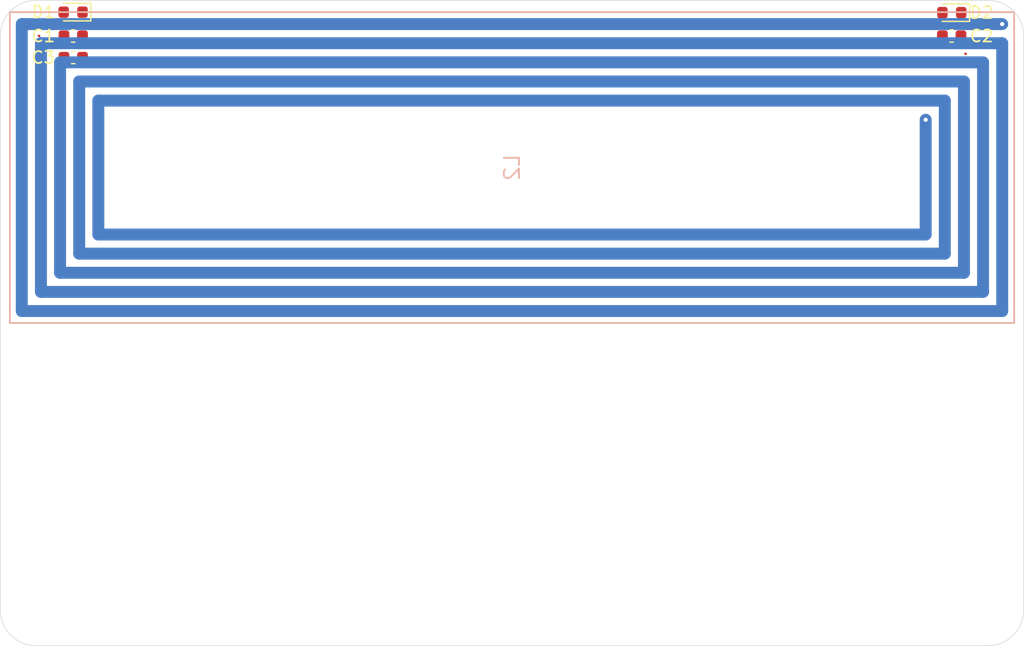
<source format=kicad_pcb>
(kicad_pcb (version 20241229) (generator "pcbnew") (generator_version "9.0")
  (layers (0 "F.Cu" signal) (2 "B.Cu" signal) (13 "F.Paste" user) (15 "B.Paste" user) (5 "F.SilkS" user "F.Silkscreen") (7 "B.SilkS" user "B.Silkscreen") (1 "F.Mask" user) (3 "B.Mask" user) (25 "Edge.Cuts" user))
  (net 0 "")
  (net 1 "Net-(D1-K)")
  (net 2 "Net-(D1-A)")
  (net 3 "Net-(D2-K)")
  (net 4 "Net-(D2-A)")
  (footprint "LED_SMD:LED_0603_1608Metric" (layer "F.Cu") (at 113.2875 74 180)
    (property "Reference" "D1" (at 2.4875 0 0) (layer "F.SilkS"))
    (property "Value" "633nm" (hide yes))
    (fp_line (start 0.8 -0.735) (end -1.485 -0.735) (stroke (width 0.12)) (layer "F.SilkS"))
    (fp_line (start -1.485 0.735) (end 0.8 0.735) (stroke (width 0.12)) (layer "F.SilkS"))
    (fp_line (start -1.485 -0.735) (end -1.485 0.735) (stroke (width 0.12)) (layer "F.SilkS"))
    (pad "1" smd roundrect (at -0.7875 0 180) (size 0.875 0.95) (layers "F.Cu" "F.Mask" "F.Paste") (net 1 "Net-(D1-K)"))
    (pad "2" smd roundrect (at 0.7875 0 180) (size 0.875 0.95) (layers "F.Cu" "F.Mask" "F.Paste") (net 2 "Net-(D1-A)"))
  )
  (footprint "Capacitor_SMD:C_0603_1608Metric" (layer "F.Cu") (at 113.3 77.8 180)
    (property "Reference" "C3" (at 2.5 0 0) (layer "F.SilkS"))
    (property "Value" "22u" (hide yes))
    (fp_line (start -0.14058 0.51) (end 0.14058 0.51) (stroke (width 0.12)) (layer "F.SilkS"))
    (fp_line (start -0.14058 -0.51) (end 0.14058 -0.51) (stroke (width 0.12)) (layer "F.SilkS"))
    (pad "1" smd roundrect (at -0.775 0 180) (size 0.9 0.95) (layers "F.Cu" "F.Mask" "F.Paste") (net 1 "Net-(D1-K)"))
    (pad "2" smd roundrect (at 0.775 0 180) (size 0.9 0.95) (layers "F.Cu" "F.Mask" "F.Paste") (net 2 "Net-(D1-A)"))
  )
  (footprint "LED_SMD:LED_0603_1608Metric" (layer "F.Cu") (at 186.7875 74.04 180)
    (property "Reference" "D2" (at -2.4875 0 0) (layer "F.SilkS"))
    (property "Value" "633nm" (hide yes))
    (fp_line (start 0.8 -0.735) (end -1.485 -0.735) (stroke (width 0.12)) (layer "F.SilkS"))
    (fp_line (start -1.485 0.735) (end 0.8 0.735) (stroke (width 0.12)) (layer "F.SilkS"))
    (fp_line (start -1.485 -0.735) (end -1.485 0.735) (stroke (width 0.12)) (layer "F.SilkS"))
    (pad "1" smd roundrect (at -0.7875 0 180) (size 0.875 0.95) (layers "F.Cu" "F.Mask" "F.Paste") (net 3 "Net-(D2-K)"))
    (pad "2" smd roundrect (at 0.7875 0 180) (size 0.875 0.95) (layers "F.Cu" "F.Mask" "F.Paste") (net 4 "Net-(D2-A)"))
  )
  (footprint "Capacitor_SMD:C_0603_1608Metric" (layer "F.Cu") (at 113.3 76 180)
    (property "Reference" "C1" (at 2.5 0 0) (layer "F.SilkS"))
    (property "Value" "4u7" (hide yes))
    (fp_line (start -0.14058 0.51) (end 0.14058 0.51) (stroke (width 0.12)) (layer "F.SilkS"))
    (fp_line (start -0.14058 -0.51) (end 0.14058 -0.51) (stroke (width 0.12)) (layer "F.SilkS"))
    (pad "1" smd roundrect (at -0.775 0 180) (size 0.9 0.95) (layers "F.Cu" "F.Mask" "F.Paste") (net 1 "Net-(D1-K)"))
    (pad "2" smd roundrect (at 0.775 0 180) (size 0.9 0.95) (layers "F.Cu" "F.Mask" "F.Paste") (net 2 "Net-(D1-A)"))
  )
  (footprint "Capacitor_SMD:C_0603_1608Metric" (layer "F.Cu") (at 186.775 76 180)
    (property "Reference" "C2" (at -2.5 0 0) (layer "F.SilkS"))
    (property "Value" "86p" (hide yes))
    (fp_line (start -0.14058 0.51) (end 0.14058 0.51) (stroke (width 0.12)) (layer "F.SilkS"))
    (fp_line (start -0.14058 -0.51) (end 0.14058 -0.51) (stroke (width 0.12)) (layer "F.SilkS"))
    (pad "1" smd roundrect (at -0.775 0 180) (size 0.9 0.95) (layers "F.Cu" "F.Mask" "F.Paste") (net 3 "Net-(D2-K)"))
    (pad "2" smd roundrect (at 0.775 0 180) (size 0.9 0.95) (layers "F.Cu" "F.Mask" "F.Paste") (net 4 "Net-(D2-A)"))
  )
  (footprint "Library:Antenna_nfc" (layer "B.Cu") (at 150 87 -90)
    (property "Reference" "L2" (at 0 0 90) (layer "B.SilkS") (effects (font (size 1.27 1.27)) (justify mirror)))
    (property "Value" "Ant_13.56MHz")
    (fp_line (start -12 40.999999) (end 11.999999 40.999999) (stroke (width 1)) (layer "B.Cu"))
    (fp_line (start 11.999999 40.999999) (end 11.999999 -41) (stroke (width 1)) (layer "B.Cu"))
    (fp_line (start -10.399999 39.399998) (end 10.399998 39.399998) (stroke (width 1)) (layer "B.Cu"))
    (fp_line (start 10.399998 39.399998) (end 10.399998 -39.399999) (stroke (width 1)) (layer "B.Cu"))
    (fp_line (start -8.799998 37.799997) (end 8.799997 37.799997) (stroke (width 1)) (layer "B.Cu"))
    (fp_line (start 8.799997 37.799997) (end 8.799997 -37.799998) (stroke (width 1)) (layer "B.Cu"))
    (fp_line (start -7.199997 36.199996) (end 7.199996 36.199996) (stroke (width 1)) (layer "B.Cu"))
    (fp_line (start 7.199996 36.199996) (end 7.199996 -36.199997) (stroke (width 1)) (layer "B.Cu"))
    (fp_line (start -5.599996 34.599995) (end 5.599995 34.599995) (stroke (width 1)) (layer "B.Cu"))
    (fp_line (start 5.599995 34.599995) (end 5.599995 -34.599996) (stroke (width 1)) (layer "B.Cu"))
    (fp_line (start 5.599995 -34.599996) (end -3.999995 -34.599996) (stroke (width 1)) (layer "B.Cu"))
    (fp_line (start -5.599996 -36.199997) (end -5.599996 34.599995) (stroke (width 1)) (layer "B.Cu"))
    (fp_line (start 7.199996 -36.199997) (end -5.599996 -36.199997) (stroke (width 1)) (layer "B.Cu"))
    (fp_line (start -7.199997 -37.799998) (end -7.199997 36.199996) (stroke (width 1)) (layer "B.Cu"))
    (fp_line (start 8.799997 -37.799998) (end -7.199997 -37.799998) (stroke (width 1)) (layer "B.Cu"))
    (fp_line (start -8.799998 -39.399999) (end -8.799998 37.799997) (stroke (width 1)) (layer "B.Cu"))
    (fp_line (start 10.399998 -39.399999) (end -8.799998 -39.399999) (stroke (width 1)) (layer "B.Cu"))
    (fp_line (start -12 -41) (end -12 40.999999) (stroke (width 1)) (layer "B.Cu"))
    (fp_line (start -10.399999 -41) (end -10.399999 39.399998) (stroke (width 1)) (layer "B.Cu"))
    (fp_line (start 11.999999 -41) (end -10.399999 -41) (stroke (width 1)) (layer "B.Cu"))
    (fp_rect (start -13 42) (end 13 -42) (stroke (width 0.15)) (fill no) (layer "B.SilkS"))
    (pad "1" thru_hole circle (at -12 -41 270) (size 0.6 0.6) (drill 0.35) (layers "*.Cu" "*.Mask") (net 3 "Net-(D2-K)"))
    (pad "2" thru_hole circle (at -3.999995 -34.599996 270) (size 0.6 0.6) (drill 0.35) (layers "*.Cu" "*.Mask") (net 4 "Net-(D2-A)"))
  )
  (gr_arc (start 192.8 123.99) (mid 191.92132 126.11132) (end 189.8 126.99) (stroke (width 0.05)) (layer "Edge.Cuts"))
  (gr_line (start 107.2 123.99) (end 107.2 76.01) (stroke (width 0.05)) (layer "Edge.Cuts"))
  (gr_arc (start 110.2 126.99) (mid 108.07868 126.11132) (end 107.2 123.99) (stroke (width 0.05)) (layer "Edge.Cuts"))
  (gr_arc (start 189.8 73.01) (mid 191.92132 73.88868) (end 192.8 76.01) (stroke (width 0.05)) (layer "Edge.Cuts"))
  (gr_line (start 192.8 76.01) (end 192.8 123.99) (stroke (width 0.05)) (layer "Edge.Cuts"))
  (gr_arc (start 107.2 76.01) (mid 108.07868 73.88868) (end 110.2 73.01) (stroke (width 0.05)) (layer "Edge.Cuts"))
  (gr_line (start 110.2 73.01) (end 189.8 73.01) (stroke (width 0.05)) (layer "Edge.Cuts"))
  (gr_line (start 189.8 126.99) (end 110.2 126.99) (stroke (width 0.05)) (layer "Edge.Cuts"))
  (segment (start 187.925 77.475) (end 187.95 77.5) (width 0.2) (layer "F.Cu") (net 1))
  (segment (start 110.425 75.975) (end 110.45 76) (width 0.2) (layer "F.Cu") (net 2))
)
</source>
